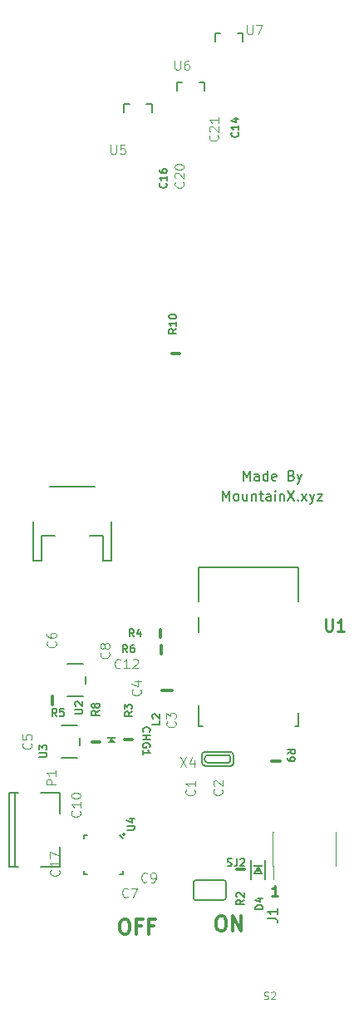
<source format=gbr>
G04 #@! TF.GenerationSoftware,KiCad,Pcbnew,(6.0.0-rc1-dev-1027-g90233e5ec)*
G04 #@! TF.CreationDate,2019-01-09T23:19:54+01:00*
G04 #@! TF.ProjectId,eBoard_remote_control,65426F6172645F72656D6F74655F636F,rev?*
G04 #@! TF.SameCoordinates,Original*
G04 #@! TF.FileFunction,Legend,Top*
G04 #@! TF.FilePolarity,Positive*
%FSLAX46Y46*%
G04 Gerber Fmt 4.6, Leading zero omitted, Abs format (unit mm)*
G04 Created by KiCad (PCBNEW (6.0.0-rc1-dev-1027-g90233e5ec)) date 09.01.2019 23.19.54*
%MOMM*%
%LPD*%
G01*
G04 APERTURE LIST*
%ADD10C,0.250000*%
%ADD11C,0.300000*%
%ADD12C,0.150000*%
%ADD13C,0.120000*%
%ADD14C,0.203200*%
%ADD15C,0.304800*%
%ADD16C,0.100000*%
%ADD17C,0.127000*%
%ADD18C,0.152400*%
%ADD19C,0.077216*%
%ADD20C,0.076000*%
%ADD21C,0.060800*%
%ADD22C,0.146304*%
%ADD23C,0.138988*%
%ADD24C,0.217170*%
G04 APERTURE END LIST*
D10*
X204273114Y-147848580D02*
X203701685Y-147848580D01*
X203987400Y-147848580D02*
X203987400Y-146848580D01*
X203892161Y-146991438D01*
X203796923Y-147086676D01*
X203701685Y-147134295D01*
D11*
X188563428Y-150257771D02*
X188849142Y-150257771D01*
X188992000Y-150329200D01*
X189134857Y-150472057D01*
X189206285Y-150757771D01*
X189206285Y-151257771D01*
X189134857Y-151543485D01*
X188992000Y-151686342D01*
X188849142Y-151757771D01*
X188563428Y-151757771D01*
X188420571Y-151686342D01*
X188277714Y-151543485D01*
X188206285Y-151257771D01*
X188206285Y-150757771D01*
X188277714Y-150472057D01*
X188420571Y-150329200D01*
X188563428Y-150257771D01*
X190349142Y-150972057D02*
X189849142Y-150972057D01*
X189849142Y-151757771D02*
X189849142Y-150257771D01*
X190563428Y-150257771D01*
X191634857Y-150972057D02*
X191134857Y-150972057D01*
X191134857Y-151757771D02*
X191134857Y-150257771D01*
X191849142Y-150257771D01*
X198385228Y-149952971D02*
X198670942Y-149952971D01*
X198813800Y-150024400D01*
X198956657Y-150167257D01*
X199028085Y-150452971D01*
X199028085Y-150952971D01*
X198956657Y-151238685D01*
X198813800Y-151381542D01*
X198670942Y-151452971D01*
X198385228Y-151452971D01*
X198242371Y-151381542D01*
X198099514Y-151238685D01*
X198028085Y-150952971D01*
X198028085Y-150452971D01*
X198099514Y-150167257D01*
X198242371Y-150024400D01*
X198385228Y-149952971D01*
X199670942Y-151452971D02*
X199670942Y-149952971D01*
X200528085Y-151452971D01*
X200528085Y-149952971D01*
D12*
X200779428Y-105608380D02*
X200779428Y-104608380D01*
X201112761Y-105322666D01*
X201446095Y-104608380D01*
X201446095Y-105608380D01*
X202350857Y-105608380D02*
X202350857Y-105084571D01*
X202303238Y-104989333D01*
X202208000Y-104941714D01*
X202017523Y-104941714D01*
X201922285Y-104989333D01*
X202350857Y-105560761D02*
X202255619Y-105608380D01*
X202017523Y-105608380D01*
X201922285Y-105560761D01*
X201874666Y-105465523D01*
X201874666Y-105370285D01*
X201922285Y-105275047D01*
X202017523Y-105227428D01*
X202255619Y-105227428D01*
X202350857Y-105179809D01*
X203255619Y-105608380D02*
X203255619Y-104608380D01*
X203255619Y-105560761D02*
X203160380Y-105608380D01*
X202969904Y-105608380D01*
X202874666Y-105560761D01*
X202827047Y-105513142D01*
X202779428Y-105417904D01*
X202779428Y-105132190D01*
X202827047Y-105036952D01*
X202874666Y-104989333D01*
X202969904Y-104941714D01*
X203160380Y-104941714D01*
X203255619Y-104989333D01*
X204112761Y-105560761D02*
X204017523Y-105608380D01*
X203827047Y-105608380D01*
X203731809Y-105560761D01*
X203684190Y-105465523D01*
X203684190Y-105084571D01*
X203731809Y-104989333D01*
X203827047Y-104941714D01*
X204017523Y-104941714D01*
X204112761Y-104989333D01*
X204160380Y-105084571D01*
X204160380Y-105179809D01*
X203684190Y-105275047D01*
X205684190Y-105084571D02*
X205827047Y-105132190D01*
X205874666Y-105179809D01*
X205922285Y-105275047D01*
X205922285Y-105417904D01*
X205874666Y-105513142D01*
X205827047Y-105560761D01*
X205731809Y-105608380D01*
X205350857Y-105608380D01*
X205350857Y-104608380D01*
X205684190Y-104608380D01*
X205779428Y-104656000D01*
X205827047Y-104703619D01*
X205874666Y-104798857D01*
X205874666Y-104894095D01*
X205827047Y-104989333D01*
X205779428Y-105036952D01*
X205684190Y-105084571D01*
X205350857Y-105084571D01*
X206255619Y-104941714D02*
X206493714Y-105608380D01*
X206731809Y-104941714D02*
X206493714Y-105608380D01*
X206398476Y-105846476D01*
X206350857Y-105894095D01*
X206255619Y-105941714D01*
X198684190Y-107640380D02*
X198684190Y-106640380D01*
X199017523Y-107354666D01*
X199350857Y-106640380D01*
X199350857Y-107640380D01*
X199969904Y-107640380D02*
X199874666Y-107592761D01*
X199827047Y-107545142D01*
X199779428Y-107449904D01*
X199779428Y-107164190D01*
X199827047Y-107068952D01*
X199874666Y-107021333D01*
X199969904Y-106973714D01*
X200112761Y-106973714D01*
X200208000Y-107021333D01*
X200255619Y-107068952D01*
X200303238Y-107164190D01*
X200303238Y-107449904D01*
X200255619Y-107545142D01*
X200208000Y-107592761D01*
X200112761Y-107640380D01*
X199969904Y-107640380D01*
X201160380Y-106973714D02*
X201160380Y-107640380D01*
X200731809Y-106973714D02*
X200731809Y-107497523D01*
X200779428Y-107592761D01*
X200874666Y-107640380D01*
X201017523Y-107640380D01*
X201112761Y-107592761D01*
X201160380Y-107545142D01*
X201636571Y-106973714D02*
X201636571Y-107640380D01*
X201636571Y-107068952D02*
X201684190Y-107021333D01*
X201779428Y-106973714D01*
X201922285Y-106973714D01*
X202017523Y-107021333D01*
X202065142Y-107116571D01*
X202065142Y-107640380D01*
X202398476Y-106973714D02*
X202779428Y-106973714D01*
X202541333Y-106640380D02*
X202541333Y-107497523D01*
X202588952Y-107592761D01*
X202684190Y-107640380D01*
X202779428Y-107640380D01*
X203541333Y-107640380D02*
X203541333Y-107116571D01*
X203493714Y-107021333D01*
X203398476Y-106973714D01*
X203207999Y-106973714D01*
X203112761Y-107021333D01*
X203541333Y-107592761D02*
X203446095Y-107640380D01*
X203207999Y-107640380D01*
X203112761Y-107592761D01*
X203065142Y-107497523D01*
X203065142Y-107402285D01*
X203112761Y-107307047D01*
X203207999Y-107259428D01*
X203446095Y-107259428D01*
X203541333Y-107211809D01*
X204017523Y-107640380D02*
X204017523Y-106973714D01*
X204017523Y-106640380D02*
X203969904Y-106688000D01*
X204017523Y-106735619D01*
X204065142Y-106688000D01*
X204017523Y-106640380D01*
X204017523Y-106735619D01*
X204493714Y-106973714D02*
X204493714Y-107640380D01*
X204493714Y-107068952D02*
X204541333Y-107021333D01*
X204636571Y-106973714D01*
X204779428Y-106973714D01*
X204874666Y-107021333D01*
X204922285Y-107116571D01*
X204922285Y-107640380D01*
X205303238Y-106640380D02*
X205969904Y-107640380D01*
X205969904Y-106640380D02*
X205303238Y-107640380D01*
X206350857Y-107545142D02*
X206398476Y-107592761D01*
X206350857Y-107640380D01*
X206303238Y-107592761D01*
X206350857Y-107545142D01*
X206350857Y-107640380D01*
X206731809Y-107640380D02*
X207255619Y-106973714D01*
X206731809Y-106973714D02*
X207255619Y-107640380D01*
X207541333Y-106973714D02*
X207779428Y-107640380D01*
X208017523Y-106973714D02*
X207779428Y-107640380D01*
X207684190Y-107878476D01*
X207636571Y-107926095D01*
X207541333Y-107973714D01*
X208303238Y-106973714D02*
X208827047Y-106973714D01*
X208303238Y-107640380D01*
X208827047Y-107640380D01*
G04 #@! TO.C,P1*
X177509863Y-144918018D02*
X177509863Y-137418018D01*
X180109863Y-137418018D02*
X182109863Y-137418018D01*
X177509863Y-137418018D02*
X177809863Y-137418018D01*
X176909863Y-137418018D02*
X177509863Y-137418018D01*
X176909863Y-144918018D02*
X176909863Y-137418018D01*
X177509863Y-144918018D02*
X176909863Y-144918018D01*
X177809863Y-144918018D02*
X177509863Y-144918018D01*
X182109863Y-144918018D02*
X180109863Y-144918018D01*
X182109863Y-142868018D02*
X182109863Y-144918018D01*
X182109863Y-137418018D02*
X182109863Y-139468018D01*
D13*
G04 #@! TO.C,J1*
X210154600Y-141343680D02*
X210219600Y-141343680D01*
X210154600Y-144873680D02*
X210219600Y-144873680D01*
X203749600Y-141343680D02*
X203814600Y-141343680D01*
X203749600Y-144873680D02*
X203814600Y-144873680D01*
X203814600Y-146198680D02*
X203814600Y-144873680D01*
X210219600Y-144873680D02*
X210219600Y-141343680D01*
X203749600Y-144873680D02*
X203749600Y-141343680D01*
D14*
G04 #@! TO.C,SJ2*
X198729600Y-148310600D02*
X195935600Y-148310600D01*
X198983600Y-146532600D02*
G75*
G03X198729600Y-146278600I-254000J0D01*
G01*
X195935600Y-146278600D02*
G75*
G03X195681600Y-146532600I0J-254000D01*
G01*
X195935600Y-148310600D02*
G75*
G02X195681600Y-148056600I0J254000D01*
G01*
X198983600Y-148056600D02*
G75*
G02X198729600Y-148310600I-254000J0D01*
G01*
X198983600Y-148056600D02*
X198983600Y-146532600D01*
X195681600Y-148056600D02*
X195681600Y-146532600D01*
X195935600Y-146278600D02*
X198729600Y-146278600D01*
D15*
G04 #@! TO.C,R2*
X200887280Y-145161000D02*
X200087280Y-145161000D01*
D16*
G04 #@! TO.C,D4*
G36*
X202265280Y-145106720D02*
X202465280Y-145406720D01*
X202065280Y-145406720D01*
X202265280Y-145106720D01*
G37*
G36*
X201765280Y-144756720D02*
X201765280Y-144956720D01*
X202765280Y-144956720D01*
X202765280Y-144756720D01*
X201765280Y-144756720D01*
G37*
D14*
X201865280Y-145556720D02*
X202265280Y-144956720D01*
X202665280Y-145556720D02*
X201865280Y-145556720D01*
X202265280Y-144956720D02*
X202665280Y-145556720D01*
X201565280Y-146206720D02*
X201565280Y-144206720D01*
X202965280Y-144206720D02*
X202965280Y-146206720D01*
D17*
G04 #@! TO.C,U1*
X206392263Y-130623756D02*
X206392263Y-129223756D01*
X205992263Y-130623756D02*
X206392263Y-130623756D01*
X196192263Y-130623756D02*
X196192263Y-128523756D01*
X196592263Y-130623756D02*
X196192263Y-130623756D01*
X196192263Y-119523756D02*
X196192263Y-121023756D01*
X206392263Y-114423756D02*
X206392263Y-117923756D01*
X196192263Y-114423756D02*
X206392263Y-114423756D01*
X196192263Y-117923756D02*
X196192263Y-114423756D01*
D14*
G04 #@! TO.C,X2*
X181087200Y-106245400D02*
X185587200Y-106245400D01*
X187337200Y-109745400D02*
X187337200Y-113745400D01*
X187337200Y-113745400D02*
X186487200Y-113745400D01*
X186487200Y-113745400D02*
X186487200Y-111245400D01*
X186487200Y-111245400D02*
X185087200Y-111245400D01*
X181587200Y-111245400D02*
X180187200Y-111245400D01*
X180187200Y-111245400D02*
X180187200Y-113745400D01*
X180187200Y-113745400D02*
X179337200Y-113745400D01*
X179337200Y-113745400D02*
X179337200Y-109745400D01*
D15*
G04 #@! TO.C,R8*
X185350200Y-132217160D02*
X186150200Y-132217160D01*
D17*
G04 #@! TO.C,X4*
X199244536Y-134335475D02*
G75*
G03X199444537Y-134035476I-49899J249933D01*
G01*
X199444537Y-133735476D02*
X199444537Y-134035476D01*
X199444538Y-133735477D02*
G75*
G03X199144537Y-133535476I-250001J-50000D01*
G01*
X197144537Y-133535476D02*
X199144537Y-133535476D01*
X197144538Y-133535477D02*
G75*
G03X196844537Y-133835476I-1J-300000D01*
G01*
X196844537Y-134035476D02*
X196844537Y-133835476D01*
X196844537Y-134035476D02*
G75*
G03X197144537Y-134335476I300100J100D01*
G01*
X199244537Y-134335476D02*
X197144537Y-134335476D01*
X196544537Y-134319276D02*
X196544537Y-133518276D01*
X196544537Y-134319276D02*
G75*
G03X196860737Y-134635476I316200J0D01*
G01*
X199520937Y-134635476D02*
X196860737Y-134635476D01*
X199520937Y-134635476D02*
G75*
G03X199744537Y-134411876I0J223600D01*
G01*
X199744537Y-133518276D02*
X199744537Y-134411876D01*
X199744537Y-133518276D02*
G75*
G03X199461737Y-133235476I-282800J0D01*
G01*
X196827337Y-133235476D02*
X199461737Y-133235476D01*
X196827337Y-133235476D02*
G75*
G03X196544537Y-133518276I0J-282800D01*
G01*
D15*
G04 #@! TO.C,R9*
X203701700Y-134137400D02*
X204501700Y-134137400D01*
D18*
G04 #@! TO.C,U5*
X190881000Y-67284600D02*
X191439800Y-67284600D01*
X191439800Y-67284600D02*
X191439800Y-68097400D01*
X188595000Y-67284600D02*
X189153800Y-67284600D01*
X188595000Y-68097400D02*
X188595000Y-67284600D01*
G04 #@! TO.C,U7*
X200167240Y-60076080D02*
X200726040Y-60076080D01*
X200726040Y-60076080D02*
X200726040Y-60888880D01*
X197881240Y-60076080D02*
X198440040Y-60076080D01*
X197881240Y-60888880D02*
X197881240Y-60076080D01*
G04 #@! TO.C,U6*
X196281040Y-65092760D02*
X196839840Y-65092760D01*
X196839840Y-65092760D02*
X196839840Y-65905560D01*
X193995040Y-65092760D02*
X194553840Y-65092760D01*
X193995040Y-65905560D02*
X193995040Y-65092760D01*
D15*
G04 #@! TO.C,L2*
X193498244Y-126975610D02*
X192482244Y-126975610D01*
D14*
G04 #@! TO.C,U3*
X184067077Y-131779116D02*
X184067077Y-132579116D01*
X183817077Y-133829116D02*
X182217077Y-133829116D01*
X183817077Y-130529116D02*
X182217077Y-130529116D01*
D16*
G04 #@! TO.C,CHG1*
G36*
X187335077Y-131785416D02*
X186954077Y-132293416D01*
X187716077Y-132293416D01*
X187335077Y-131785416D01*
G37*
G36*
X186890577Y-131898916D02*
X187779577Y-131898916D01*
X187779577Y-131708416D01*
X186890577Y-131708416D01*
X186890577Y-131898916D01*
G37*
D15*
G04 #@! TO.C,R3*
X189462277Y-131937816D02*
X188662277Y-131937816D01*
G04 #@! TO.C,R4*
X192304444Y-120784410D02*
X192304444Y-121584410D01*
G04 #@! TO.C,R6*
X192368844Y-123210010D02*
X192368844Y-122410010D01*
D14*
G04 #@! TO.C,U2*
X184706135Y-125489968D02*
X184706135Y-126289968D01*
X184456135Y-127539968D02*
X182856135Y-127539968D01*
X184456135Y-124239968D02*
X182856135Y-124239968D01*
D15*
G04 #@! TO.C,R5*
X181269640Y-128375360D02*
X181269640Y-127575360D01*
D14*
G04 #@! TO.C,U4*
X188713463Y-141579818D02*
G75*
G03X188713463Y-141579818I-127000J0D01*
G01*
X188503663Y-142012618D02*
X188153663Y-141662618D01*
X188503663Y-145662618D02*
X188503663Y-145312618D01*
X188153663Y-145662618D02*
X188503663Y-145662618D01*
X184503663Y-141662618D02*
X184853663Y-141662618D01*
X184503663Y-142012618D02*
X184503663Y-141662618D01*
X184853663Y-145662618D02*
X184503663Y-145662618D01*
X184503663Y-145312618D02*
X184503663Y-145662618D01*
D15*
G04 #@! TO.C,R10*
X193462960Y-92669360D02*
X194262960Y-92669360D01*
G04 #@! TO.C,P1*
D19*
X181665638Y-136575200D02*
X180700438Y-136575200D01*
X180700438Y-136207504D01*
X180746400Y-136115581D01*
X180792361Y-136069619D01*
X180884285Y-136023657D01*
X181022171Y-136023657D01*
X181114095Y-136069619D01*
X181160057Y-136115581D01*
X181206019Y-136207504D01*
X181206019Y-136575200D01*
X181665638Y-135104419D02*
X181665638Y-135655961D01*
X181665638Y-135380190D02*
X180700438Y-135380190D01*
X180838323Y-135472114D01*
X180930247Y-135564038D01*
X180976209Y-135655961D01*
G04 #@! TO.C,C12*
D20*
X188245047Y-124629085D02*
X188199809Y-124674323D01*
X188064095Y-124719561D01*
X187973619Y-124719561D01*
X187837904Y-124674323D01*
X187747428Y-124583847D01*
X187702190Y-124493371D01*
X187656952Y-124312419D01*
X187656952Y-124176704D01*
X187702190Y-123995752D01*
X187747428Y-123905276D01*
X187837904Y-123814800D01*
X187973619Y-123769561D01*
X188064095Y-123769561D01*
X188199809Y-123814800D01*
X188245047Y-123860038D01*
X189149809Y-124719561D02*
X188606952Y-124719561D01*
X188878380Y-124719561D02*
X188878380Y-123769561D01*
X188787904Y-123905276D01*
X188697428Y-123995752D01*
X188606952Y-124040990D01*
X189511714Y-123860038D02*
X189556952Y-123814800D01*
X189647428Y-123769561D01*
X189873619Y-123769561D01*
X189964095Y-123814800D01*
X190009333Y-123860038D01*
X190054571Y-123950514D01*
X190054571Y-124040990D01*
X190009333Y-124176704D01*
X189466476Y-124719561D01*
X190054571Y-124719561D01*
G04 #@! TO.C,C10*
X184081948Y-139227970D02*
X184127186Y-139273208D01*
X184172424Y-139408922D01*
X184172424Y-139499398D01*
X184127186Y-139635113D01*
X184036710Y-139725589D01*
X183946234Y-139770827D01*
X183765282Y-139816065D01*
X183629567Y-139816065D01*
X183448615Y-139770827D01*
X183358139Y-139725589D01*
X183267663Y-139635113D01*
X183222424Y-139499398D01*
X183222424Y-139408922D01*
X183267663Y-139273208D01*
X183312901Y-139227970D01*
X184172424Y-138323208D02*
X184172424Y-138866065D01*
X184172424Y-138594637D02*
X183222424Y-138594637D01*
X183358139Y-138685113D01*
X183448615Y-138775589D01*
X183493853Y-138866065D01*
X183222424Y-137735113D02*
X183222424Y-137644637D01*
X183267663Y-137554160D01*
X183312901Y-137508922D01*
X183403377Y-137463684D01*
X183584329Y-137418446D01*
X183810520Y-137418446D01*
X183991472Y-137463684D01*
X184081948Y-137508922D01*
X184127186Y-137554160D01*
X184172424Y-137644637D01*
X184172424Y-137735113D01*
X184127186Y-137825589D01*
X184081948Y-137870827D01*
X183991472Y-137916065D01*
X183810520Y-137961303D01*
X183584329Y-137961303D01*
X183403377Y-137916065D01*
X183312901Y-137870827D01*
X183267663Y-137825589D01*
X183222424Y-137735113D01*
G04 #@! TO.C,C8*
X187062285Y-123082752D02*
X187107523Y-123127990D01*
X187152761Y-123263704D01*
X187152761Y-123354180D01*
X187107523Y-123489895D01*
X187017047Y-123580371D01*
X186926571Y-123625609D01*
X186745619Y-123670847D01*
X186609904Y-123670847D01*
X186428952Y-123625609D01*
X186338476Y-123580371D01*
X186248000Y-123489895D01*
X186202761Y-123354180D01*
X186202761Y-123263704D01*
X186248000Y-123127990D01*
X186293238Y-123082752D01*
X186609904Y-122539895D02*
X186564666Y-122630371D01*
X186519428Y-122675609D01*
X186428952Y-122720847D01*
X186383714Y-122720847D01*
X186293238Y-122675609D01*
X186248000Y-122630371D01*
X186202761Y-122539895D01*
X186202761Y-122358942D01*
X186248000Y-122268466D01*
X186293238Y-122223228D01*
X186383714Y-122177990D01*
X186428952Y-122177990D01*
X186519428Y-122223228D01*
X186564666Y-122268466D01*
X186609904Y-122358942D01*
X186609904Y-122539895D01*
X186655142Y-122630371D01*
X186700380Y-122675609D01*
X186790857Y-122720847D01*
X186971809Y-122720847D01*
X187062285Y-122675609D01*
X187107523Y-122630371D01*
X187152761Y-122539895D01*
X187152761Y-122358942D01*
X187107523Y-122268466D01*
X187062285Y-122223228D01*
X186971809Y-122177990D01*
X186790857Y-122177990D01*
X186700380Y-122223228D01*
X186655142Y-122268466D01*
X186609904Y-122358942D01*
G04 #@! TO.C,C7*
X189007047Y-147946285D02*
X188961809Y-147991523D01*
X188826095Y-148036761D01*
X188735619Y-148036761D01*
X188599904Y-147991523D01*
X188509428Y-147901047D01*
X188464190Y-147810571D01*
X188418952Y-147629619D01*
X188418952Y-147493904D01*
X188464190Y-147312952D01*
X188509428Y-147222476D01*
X188599904Y-147132000D01*
X188735619Y-147086761D01*
X188826095Y-147086761D01*
X188961809Y-147132000D01*
X189007047Y-147177238D01*
X189323714Y-147086761D02*
X189957047Y-147086761D01*
X189549904Y-148036761D01*
G04 #@! TO.C,C6*
X181601285Y-121990552D02*
X181646523Y-122035790D01*
X181691761Y-122171504D01*
X181691761Y-122261980D01*
X181646523Y-122397695D01*
X181556047Y-122488171D01*
X181465571Y-122533409D01*
X181284619Y-122578647D01*
X181148904Y-122578647D01*
X180967952Y-122533409D01*
X180877476Y-122488171D01*
X180787000Y-122397695D01*
X180741761Y-122261980D01*
X180741761Y-122171504D01*
X180787000Y-122035790D01*
X180832238Y-121990552D01*
X180741761Y-121176266D02*
X180741761Y-121357219D01*
X180787000Y-121447695D01*
X180832238Y-121492933D01*
X180967952Y-121583409D01*
X181148904Y-121628647D01*
X181510809Y-121628647D01*
X181601285Y-121583409D01*
X181646523Y-121538171D01*
X181691761Y-121447695D01*
X181691761Y-121266742D01*
X181646523Y-121176266D01*
X181601285Y-121131028D01*
X181510809Y-121085790D01*
X181284619Y-121085790D01*
X181194142Y-121131028D01*
X181148904Y-121176266D01*
X181103666Y-121266742D01*
X181103666Y-121447695D01*
X181148904Y-121538171D01*
X181194142Y-121583409D01*
X181284619Y-121628647D01*
G04 #@! TO.C,C5*
X179117165Y-132349432D02*
X179162403Y-132394670D01*
X179207641Y-132530384D01*
X179207641Y-132620860D01*
X179162403Y-132756575D01*
X179071927Y-132847051D01*
X178981451Y-132892289D01*
X178800499Y-132937527D01*
X178664784Y-132937527D01*
X178483832Y-132892289D01*
X178393356Y-132847051D01*
X178302880Y-132756575D01*
X178257641Y-132620860D01*
X178257641Y-132530384D01*
X178302880Y-132394670D01*
X178348118Y-132349432D01*
X178257641Y-131489908D02*
X178257641Y-131942289D01*
X178710022Y-131987527D01*
X178664784Y-131942289D01*
X178619546Y-131851813D01*
X178619546Y-131625622D01*
X178664784Y-131535146D01*
X178710022Y-131489908D01*
X178800499Y-131444670D01*
X179026689Y-131444670D01*
X179117165Y-131489908D01*
X179162403Y-131535146D01*
X179207641Y-131625622D01*
X179207641Y-131851813D01*
X179162403Y-131942289D01*
X179117165Y-131987527D01*
G04 #@! TO.C,C4*
X190262685Y-126867352D02*
X190307923Y-126912590D01*
X190353161Y-127048304D01*
X190353161Y-127138780D01*
X190307923Y-127274495D01*
X190217447Y-127364971D01*
X190126971Y-127410209D01*
X189946019Y-127455447D01*
X189810304Y-127455447D01*
X189629352Y-127410209D01*
X189538876Y-127364971D01*
X189448400Y-127274495D01*
X189403161Y-127138780D01*
X189403161Y-127048304D01*
X189448400Y-126912590D01*
X189493638Y-126867352D01*
X189719828Y-126053066D02*
X190353161Y-126053066D01*
X189357923Y-126279257D02*
X190036495Y-126505447D01*
X190036495Y-125917352D01*
G04 #@! TO.C,C3*
X193793285Y-130143952D02*
X193838523Y-130189190D01*
X193883761Y-130324904D01*
X193883761Y-130415380D01*
X193838523Y-130551095D01*
X193748047Y-130641571D01*
X193657571Y-130686809D01*
X193476619Y-130732047D01*
X193340904Y-130732047D01*
X193159952Y-130686809D01*
X193069476Y-130641571D01*
X192979000Y-130551095D01*
X192933761Y-130415380D01*
X192933761Y-130324904D01*
X192979000Y-130189190D01*
X193024238Y-130143952D01*
X192933761Y-129827285D02*
X192933761Y-129239190D01*
X193295666Y-129555857D01*
X193295666Y-129420142D01*
X193340904Y-129329666D01*
X193386142Y-129284428D01*
X193476619Y-129239190D01*
X193702809Y-129239190D01*
X193793285Y-129284428D01*
X193838523Y-129329666D01*
X193883761Y-129420142D01*
X193883761Y-129691571D01*
X193838523Y-129782047D01*
X193793285Y-129827285D01*
G04 #@! TO.C,C2*
X198568485Y-137027352D02*
X198613723Y-137072590D01*
X198658961Y-137208304D01*
X198658961Y-137298780D01*
X198613723Y-137434495D01*
X198523247Y-137524971D01*
X198432771Y-137570209D01*
X198251819Y-137615447D01*
X198116104Y-137615447D01*
X197935152Y-137570209D01*
X197844676Y-137524971D01*
X197754200Y-137434495D01*
X197708961Y-137298780D01*
X197708961Y-137208304D01*
X197754200Y-137072590D01*
X197799438Y-137027352D01*
X197799438Y-136665447D02*
X197754200Y-136620209D01*
X197708961Y-136529733D01*
X197708961Y-136303542D01*
X197754200Y-136213066D01*
X197799438Y-136167828D01*
X197889914Y-136122590D01*
X197980390Y-136122590D01*
X198116104Y-136167828D01*
X198658961Y-136710685D01*
X198658961Y-136122590D01*
G04 #@! TO.C,C1*
X195749085Y-137078152D02*
X195794323Y-137123390D01*
X195839561Y-137259104D01*
X195839561Y-137349580D01*
X195794323Y-137485295D01*
X195703847Y-137575771D01*
X195613371Y-137621009D01*
X195432419Y-137666247D01*
X195296704Y-137666247D01*
X195115752Y-137621009D01*
X195025276Y-137575771D01*
X194934800Y-137485295D01*
X194889561Y-137349580D01*
X194889561Y-137259104D01*
X194934800Y-137123390D01*
X194980038Y-137078152D01*
X195839561Y-136173390D02*
X195839561Y-136716247D01*
X195839561Y-136444819D02*
X194889561Y-136444819D01*
X195025276Y-136535295D01*
X195115752Y-136625771D01*
X195160990Y-136716247D01*
G04 #@! TO.C,S2*
D21*
X202876281Y-158372819D02*
X202984853Y-158409009D01*
X203165805Y-158409009D01*
X203238186Y-158372819D01*
X203274377Y-158336628D01*
X203310567Y-158264247D01*
X203310567Y-158191866D01*
X203274377Y-158119485D01*
X203238186Y-158083295D01*
X203165805Y-158047104D01*
X203021043Y-158010914D01*
X202948662Y-157974723D01*
X202912472Y-157938533D01*
X202876281Y-157866152D01*
X202876281Y-157793771D01*
X202912472Y-157721390D01*
X202948662Y-157685200D01*
X203021043Y-157649009D01*
X203201996Y-157649009D01*
X203310567Y-157685200D01*
X203600091Y-157721390D02*
X203636281Y-157685200D01*
X203708662Y-157649009D01*
X203889615Y-157649009D01*
X203961996Y-157685200D01*
X203998186Y-157721390D01*
X204034377Y-157793771D01*
X204034377Y-157866152D01*
X203998186Y-157974723D01*
X203563900Y-158409009D01*
X204034377Y-158409009D01*
G04 #@! TO.C,J1*
D12*
X203261980Y-150193333D02*
X203976266Y-150193333D01*
X204119123Y-150240952D01*
X204214361Y-150336190D01*
X204261980Y-150479047D01*
X204261980Y-150574285D01*
X204261980Y-149193333D02*
X204261980Y-149764761D01*
X204261980Y-149479047D02*
X203261980Y-149479047D01*
X203404838Y-149574285D01*
X203500076Y-149669523D01*
X203547695Y-149764761D01*
G04 #@! TO.C,SJ2*
D22*
X199134335Y-144802980D02*
X199244644Y-144839750D01*
X199428491Y-144839750D01*
X199502030Y-144802980D01*
X199538800Y-144766211D01*
X199575569Y-144692672D01*
X199575569Y-144619133D01*
X199538800Y-144545594D01*
X199502030Y-144508824D01*
X199428491Y-144472055D01*
X199281413Y-144435285D01*
X199207874Y-144398516D01*
X199171105Y-144361746D01*
X199134335Y-144288207D01*
X199134335Y-144214668D01*
X199171105Y-144141129D01*
X199207874Y-144104360D01*
X199281413Y-144067590D01*
X199465261Y-144067590D01*
X199575569Y-144104360D01*
X200127112Y-144067590D02*
X200127112Y-144619133D01*
X200090343Y-144729441D01*
X200016804Y-144802980D01*
X199906495Y-144839750D01*
X199832956Y-144839750D01*
X200458038Y-144141129D02*
X200494808Y-144104360D01*
X200568347Y-144067590D01*
X200752194Y-144067590D01*
X200825733Y-144104360D01*
X200862503Y-144141129D01*
X200899272Y-144214668D01*
X200899272Y-144288207D01*
X200862503Y-144398516D01*
X200421269Y-144839750D01*
X200899272Y-144839750D01*
G04 #@! TO.C,R2*
D23*
X200826430Y-148280975D02*
X200458735Y-148538362D01*
X200826430Y-148722210D02*
X200054270Y-148722210D01*
X200054270Y-148428053D01*
X200091040Y-148354514D01*
X200127809Y-148317745D01*
X200201348Y-148280975D01*
X200311657Y-148280975D01*
X200385196Y-148317745D01*
X200421965Y-148354514D01*
X200458735Y-148428053D01*
X200458735Y-148722210D01*
X200127809Y-147986819D02*
X200091040Y-147950050D01*
X200054270Y-147876511D01*
X200054270Y-147692663D01*
X200091040Y-147619124D01*
X200127809Y-147582354D01*
X200201348Y-147545585D01*
X200274887Y-147545585D01*
X200385196Y-147582354D01*
X200826430Y-148023589D01*
X200826430Y-147545585D01*
G04 #@! TO.C,D4*
X202766990Y-149242045D02*
X201994830Y-149242045D01*
X201994830Y-149058197D01*
X202031600Y-148947888D01*
X202105139Y-148874349D01*
X202178678Y-148837580D01*
X202325756Y-148800810D01*
X202436064Y-148800810D01*
X202583142Y-148837580D01*
X202656681Y-148874349D01*
X202730220Y-148947888D01*
X202766990Y-149058197D01*
X202766990Y-149242045D01*
X202252217Y-148138959D02*
X202766990Y-148138959D01*
X201958060Y-148322806D02*
X202509603Y-148506654D01*
X202509603Y-148028650D01*
G04 #@! TO.C,C9*
D20*
X190957767Y-146396885D02*
X190912529Y-146442123D01*
X190776815Y-146487361D01*
X190686339Y-146487361D01*
X190550624Y-146442123D01*
X190460148Y-146351647D01*
X190414910Y-146261171D01*
X190369672Y-146080219D01*
X190369672Y-145944504D01*
X190414910Y-145763552D01*
X190460148Y-145673076D01*
X190550624Y-145582600D01*
X190686339Y-145537361D01*
X190776815Y-145537361D01*
X190912529Y-145582600D01*
X190957767Y-145627838D01*
X191410148Y-146487361D02*
X191591100Y-146487361D01*
X191681577Y-146442123D01*
X191726815Y-146396885D01*
X191817291Y-146261171D01*
X191862529Y-146080219D01*
X191862529Y-145718314D01*
X191817291Y-145627838D01*
X191772053Y-145582600D01*
X191681577Y-145537361D01*
X191500624Y-145537361D01*
X191410148Y-145582600D01*
X191364910Y-145627838D01*
X191319672Y-145718314D01*
X191319672Y-145944504D01*
X191364910Y-146034980D01*
X191410148Y-146080219D01*
X191500624Y-146125457D01*
X191681577Y-146125457D01*
X191772053Y-146080219D01*
X191817291Y-146034980D01*
X191862529Y-145944504D01*
G04 #@! TO.C,U1*
D24*
X209165622Y-119716247D02*
X209165622Y-120692938D01*
X209223074Y-120807842D01*
X209280527Y-120865295D01*
X209395431Y-120922747D01*
X209625241Y-120922747D01*
X209740146Y-120865295D01*
X209797598Y-120807842D01*
X209855050Y-120692938D01*
X209855050Y-119716247D01*
X211061550Y-120922747D02*
X210372122Y-120922747D01*
X210716836Y-120922747D02*
X210716836Y-119716247D01*
X210601931Y-119888604D01*
X210487027Y-120003509D01*
X210372122Y-120060961D01*
G04 #@! TO.C,R8*
D23*
X186094430Y-129027775D02*
X185726735Y-129285162D01*
X186094430Y-129469010D02*
X185322270Y-129469010D01*
X185322270Y-129174853D01*
X185359040Y-129101314D01*
X185395809Y-129064545D01*
X185469348Y-129027775D01*
X185579657Y-129027775D01*
X185653196Y-129064545D01*
X185689965Y-129101314D01*
X185726735Y-129174853D01*
X185726735Y-129469010D01*
X185653196Y-128586541D02*
X185616426Y-128660080D01*
X185579657Y-128696850D01*
X185506118Y-128733619D01*
X185469348Y-128733619D01*
X185395809Y-128696850D01*
X185359040Y-128660080D01*
X185322270Y-128586541D01*
X185322270Y-128439463D01*
X185359040Y-128365924D01*
X185395809Y-128329154D01*
X185469348Y-128292385D01*
X185506118Y-128292385D01*
X185579657Y-128329154D01*
X185616426Y-128365924D01*
X185653196Y-128439463D01*
X185653196Y-128586541D01*
X185689965Y-128660080D01*
X185726735Y-128696850D01*
X185800274Y-128733619D01*
X185947352Y-128733619D01*
X186020891Y-128696850D01*
X186057660Y-128660080D01*
X186094430Y-128586541D01*
X186094430Y-128439463D01*
X186057660Y-128365924D01*
X186020891Y-128329154D01*
X185947352Y-128292385D01*
X185800274Y-128292385D01*
X185726735Y-128329154D01*
X185689965Y-128365924D01*
X185653196Y-128439463D01*
G04 #@! TO.C,X4*
D19*
X194324519Y-133761238D02*
X194967985Y-134726438D01*
X194967985Y-133761238D02*
X194324519Y-134726438D01*
X195749338Y-134082971D02*
X195749338Y-134726438D01*
X195519528Y-133715276D02*
X195289719Y-134404704D01*
X195887223Y-134404704D01*
G04 #@! TO.C,R9*
D23*
X205245909Y-133431289D02*
X205613604Y-133173902D01*
X205245909Y-132990054D02*
X206018069Y-132990054D01*
X206018069Y-133284211D01*
X205981300Y-133357750D01*
X205944530Y-133394519D01*
X205870991Y-133431289D01*
X205760682Y-133431289D01*
X205687143Y-133394519D01*
X205650374Y-133357750D01*
X205613604Y-133284211D01*
X205613604Y-132990054D01*
X205245909Y-133798984D02*
X205245909Y-133946062D01*
X205282679Y-134019601D01*
X205319448Y-134056371D01*
X205429757Y-134129910D01*
X205576835Y-134166679D01*
X205870991Y-134166679D01*
X205944530Y-134129910D01*
X205981300Y-134093140D01*
X206018069Y-134019601D01*
X206018069Y-133872523D01*
X205981300Y-133798984D01*
X205944530Y-133762214D01*
X205870991Y-133725445D01*
X205687143Y-133725445D01*
X205613604Y-133762214D01*
X205576835Y-133798984D01*
X205540065Y-133872523D01*
X205540065Y-134019601D01*
X205576835Y-134093140D01*
X205613604Y-134129910D01*
X205687143Y-134166679D01*
G04 #@! TO.C,U5*
D20*
X187270390Y-71445561D02*
X187270390Y-72214609D01*
X187315628Y-72305085D01*
X187360866Y-72350323D01*
X187451342Y-72395561D01*
X187632295Y-72395561D01*
X187722771Y-72350323D01*
X187768009Y-72305085D01*
X187813247Y-72214609D01*
X187813247Y-71445561D01*
X188718009Y-71445561D02*
X188265628Y-71445561D01*
X188220390Y-71897942D01*
X188265628Y-71852704D01*
X188356104Y-71807466D01*
X188582295Y-71807466D01*
X188672771Y-71852704D01*
X188718009Y-71897942D01*
X188763247Y-71988419D01*
X188763247Y-72214609D01*
X188718009Y-72305085D01*
X188672771Y-72350323D01*
X188582295Y-72395561D01*
X188356104Y-72395561D01*
X188265628Y-72350323D01*
X188220390Y-72305085D01*
G04 #@! TO.C,U7*
X201143870Y-59228161D02*
X201143870Y-59997209D01*
X201189108Y-60087685D01*
X201234346Y-60132923D01*
X201324822Y-60178161D01*
X201505775Y-60178161D01*
X201596251Y-60132923D01*
X201641489Y-60087685D01*
X201686727Y-59997209D01*
X201686727Y-59228161D01*
X202048632Y-59228161D02*
X202681965Y-59228161D01*
X202274822Y-60178161D01*
G04 #@! TO.C,U6*
X193788030Y-62852921D02*
X193788030Y-63621969D01*
X193833268Y-63712445D01*
X193878506Y-63757683D01*
X193968982Y-63802921D01*
X194149935Y-63802921D01*
X194240411Y-63757683D01*
X194285649Y-63712445D01*
X194330887Y-63621969D01*
X194330887Y-62852921D01*
X195190411Y-62852921D02*
X195009459Y-62852921D01*
X194918982Y-62898160D01*
X194873744Y-62943398D01*
X194783268Y-63079112D01*
X194738030Y-63260064D01*
X194738030Y-63621969D01*
X194783268Y-63712445D01*
X194828506Y-63757683D01*
X194918982Y-63802921D01*
X195099935Y-63802921D01*
X195190411Y-63757683D01*
X195235649Y-63712445D01*
X195280887Y-63621969D01*
X195280887Y-63395779D01*
X195235649Y-63305302D01*
X195190411Y-63260064D01*
X195099935Y-63214826D01*
X194918982Y-63214826D01*
X194828506Y-63260064D01*
X194783268Y-63305302D01*
X194738030Y-63395779D01*
G04 #@! TO.C,C21*
X198136685Y-70453952D02*
X198181923Y-70499190D01*
X198227161Y-70634904D01*
X198227161Y-70725380D01*
X198181923Y-70861095D01*
X198091447Y-70951571D01*
X198000971Y-70996809D01*
X197820019Y-71042047D01*
X197684304Y-71042047D01*
X197503352Y-70996809D01*
X197412876Y-70951571D01*
X197322400Y-70861095D01*
X197277161Y-70725380D01*
X197277161Y-70634904D01*
X197322400Y-70499190D01*
X197367638Y-70453952D01*
X197367638Y-70092047D02*
X197322400Y-70046809D01*
X197277161Y-69956333D01*
X197277161Y-69730142D01*
X197322400Y-69639666D01*
X197367638Y-69594428D01*
X197458114Y-69549190D01*
X197548590Y-69549190D01*
X197684304Y-69594428D01*
X198227161Y-70137285D01*
X198227161Y-69549190D01*
X198227161Y-68644428D02*
X198227161Y-69187285D01*
X198227161Y-68915857D02*
X197277161Y-68915857D01*
X197412876Y-69006333D01*
X197503352Y-69096809D01*
X197548590Y-69187285D01*
G04 #@! TO.C,C20*
X194631485Y-75203752D02*
X194676723Y-75248990D01*
X194721961Y-75384704D01*
X194721961Y-75475180D01*
X194676723Y-75610895D01*
X194586247Y-75701371D01*
X194495771Y-75746609D01*
X194314819Y-75791847D01*
X194179104Y-75791847D01*
X193998152Y-75746609D01*
X193907676Y-75701371D01*
X193817200Y-75610895D01*
X193771961Y-75475180D01*
X193771961Y-75384704D01*
X193817200Y-75248990D01*
X193862438Y-75203752D01*
X193862438Y-74841847D02*
X193817200Y-74796609D01*
X193771961Y-74706133D01*
X193771961Y-74479942D01*
X193817200Y-74389466D01*
X193862438Y-74344228D01*
X193952914Y-74298990D01*
X194043390Y-74298990D01*
X194179104Y-74344228D01*
X194721961Y-74887085D01*
X194721961Y-74298990D01*
X193771961Y-73710895D02*
X193771961Y-73620419D01*
X193817200Y-73529942D01*
X193862438Y-73484704D01*
X193952914Y-73439466D01*
X194133866Y-73394228D01*
X194360057Y-73394228D01*
X194541009Y-73439466D01*
X194631485Y-73484704D01*
X194676723Y-73529942D01*
X194721961Y-73620419D01*
X194721961Y-73710895D01*
X194676723Y-73801371D01*
X194631485Y-73846609D01*
X194541009Y-73891847D01*
X194360057Y-73937085D01*
X194133866Y-73937085D01*
X193952914Y-73891847D01*
X193862438Y-73846609D01*
X193817200Y-73801371D01*
X193771961Y-73710895D01*
G04 #@! TO.C,L2*
D23*
X192251390Y-130032871D02*
X192251390Y-130400566D01*
X191479230Y-130400566D01*
X191552769Y-129812254D02*
X191516000Y-129775485D01*
X191479230Y-129701946D01*
X191479230Y-129518098D01*
X191516000Y-129444559D01*
X191552769Y-129407789D01*
X191626308Y-129371020D01*
X191699847Y-129371020D01*
X191810156Y-129407789D01*
X192251390Y-129849024D01*
X192251390Y-129371020D01*
G04 #@! TO.C,U3*
X179975431Y-133743803D02*
X180600513Y-133743803D01*
X180674052Y-133707033D01*
X180710821Y-133670264D01*
X180747591Y-133596725D01*
X180747591Y-133449646D01*
X180710821Y-133376107D01*
X180674052Y-133339338D01*
X180600513Y-133302568D01*
X179975431Y-133302568D01*
X179975431Y-133008412D02*
X179975431Y-132530408D01*
X180269587Y-132787795D01*
X180269587Y-132677486D01*
X180306357Y-132603947D01*
X180343126Y-132567178D01*
X180416665Y-132530408D01*
X180600513Y-132530408D01*
X180674052Y-132567178D01*
X180710821Y-132603947D01*
X180747591Y-132677486D01*
X180747591Y-132898104D01*
X180710821Y-132971643D01*
X180674052Y-133008412D01*
G04 #@! TO.C,CHG1*
X190584908Y-131195224D02*
X190548139Y-131158454D01*
X190511369Y-131048146D01*
X190511369Y-130974606D01*
X190548139Y-130864298D01*
X190621678Y-130790759D01*
X190695217Y-130753989D01*
X190842295Y-130717220D01*
X190952603Y-130717220D01*
X191099681Y-130753989D01*
X191173220Y-130790759D01*
X191246760Y-130864298D01*
X191283529Y-130974606D01*
X191283529Y-131048146D01*
X191246760Y-131158454D01*
X191209990Y-131195224D01*
X190511369Y-131526149D02*
X191283529Y-131526149D01*
X190915834Y-131526149D02*
X190915834Y-131967384D01*
X190511369Y-131967384D02*
X191283529Y-131967384D01*
X191246760Y-132739544D02*
X191283529Y-132666005D01*
X191283529Y-132555696D01*
X191246760Y-132445387D01*
X191173220Y-132371848D01*
X191099681Y-132335079D01*
X190952603Y-132298309D01*
X190842295Y-132298309D01*
X190695217Y-132335079D01*
X190621678Y-132371848D01*
X190548139Y-132445387D01*
X190511369Y-132555696D01*
X190511369Y-132629235D01*
X190548139Y-132739544D01*
X190584908Y-132776313D01*
X190842295Y-132776313D01*
X190842295Y-132629235D01*
X190511369Y-133511704D02*
X190511369Y-133070469D01*
X190511369Y-133291086D02*
X191283529Y-133291086D01*
X191173220Y-133217547D01*
X191099681Y-133144008D01*
X191062912Y-133070469D01*
G04 #@! TO.C,R3*
X189431990Y-129115810D02*
X189064295Y-129373197D01*
X189431990Y-129557045D02*
X188659830Y-129557045D01*
X188659830Y-129262888D01*
X188696600Y-129189349D01*
X188733369Y-129152580D01*
X188806908Y-129115810D01*
X188917217Y-129115810D01*
X188990756Y-129152580D01*
X189027525Y-129189349D01*
X189064295Y-129262888D01*
X189064295Y-129557045D01*
X188659830Y-128858424D02*
X188659830Y-128380420D01*
X188953986Y-128637806D01*
X188953986Y-128527498D01*
X188990756Y-128453959D01*
X189027525Y-128417189D01*
X189101064Y-128380420D01*
X189284912Y-128380420D01*
X189358451Y-128417189D01*
X189395220Y-128453959D01*
X189431990Y-128527498D01*
X189431990Y-128748115D01*
X189395220Y-128821654D01*
X189358451Y-128858424D01*
G04 #@! TO.C,R4*
X189615224Y-121502230D02*
X189357837Y-121134535D01*
X189173989Y-121502230D02*
X189173989Y-120730070D01*
X189468146Y-120730070D01*
X189541685Y-120766840D01*
X189578454Y-120803609D01*
X189615224Y-120877148D01*
X189615224Y-120987457D01*
X189578454Y-121060996D01*
X189541685Y-121097765D01*
X189468146Y-121134535D01*
X189173989Y-121134535D01*
X190277075Y-120987457D02*
X190277075Y-121502230D01*
X190093227Y-120693300D02*
X189909380Y-121244843D01*
X190387384Y-121244843D01*
G04 #@! TO.C,R6*
X188954824Y-123102430D02*
X188697437Y-122734735D01*
X188513589Y-123102430D02*
X188513589Y-122330270D01*
X188807746Y-122330270D01*
X188881285Y-122367040D01*
X188918054Y-122403809D01*
X188954824Y-122477348D01*
X188954824Y-122587657D01*
X188918054Y-122661196D01*
X188881285Y-122697965D01*
X188807746Y-122734735D01*
X188513589Y-122734735D01*
X189616675Y-122330270D02*
X189469597Y-122330270D01*
X189396058Y-122367040D01*
X189359288Y-122403809D01*
X189285749Y-122514118D01*
X189248980Y-122661196D01*
X189248980Y-122955352D01*
X189285749Y-123028891D01*
X189322519Y-123065660D01*
X189396058Y-123102430D01*
X189543136Y-123102430D01*
X189616675Y-123065660D01*
X189653445Y-123028891D01*
X189690214Y-122955352D01*
X189690214Y-122771504D01*
X189653445Y-122697965D01*
X189616675Y-122661196D01*
X189543136Y-122624426D01*
X189396058Y-122624426D01*
X189322519Y-122661196D01*
X189285749Y-122697965D01*
X189248980Y-122771504D01*
G04 #@! TO.C,U2*
X183619365Y-129318782D02*
X184244447Y-129318782D01*
X184317986Y-129282013D01*
X184354755Y-129245243D01*
X184391525Y-129171704D01*
X184391525Y-129024626D01*
X184354755Y-128951087D01*
X184317986Y-128914317D01*
X184244447Y-128877548D01*
X183619365Y-128877548D01*
X183692904Y-128546622D02*
X183656135Y-128509853D01*
X183619365Y-128436314D01*
X183619365Y-128252466D01*
X183656135Y-128178927D01*
X183692904Y-128142157D01*
X183766443Y-128105388D01*
X183839982Y-128105388D01*
X183950291Y-128142157D01*
X184391525Y-128583392D01*
X184391525Y-128105388D01*
G04 #@! TO.C,R5*
X181766624Y-129604830D02*
X181509237Y-129237135D01*
X181325389Y-129604830D02*
X181325389Y-128832670D01*
X181619546Y-128832670D01*
X181693085Y-128869440D01*
X181729854Y-128906209D01*
X181766624Y-128979748D01*
X181766624Y-129090057D01*
X181729854Y-129163596D01*
X181693085Y-129200365D01*
X181619546Y-129237135D01*
X181325389Y-129237135D01*
X182465245Y-128832670D02*
X182097549Y-128832670D01*
X182060780Y-129200365D01*
X182097549Y-129163596D01*
X182171088Y-129126826D01*
X182354936Y-129126826D01*
X182428475Y-129163596D01*
X182465245Y-129200365D01*
X182502014Y-129273904D01*
X182502014Y-129457752D01*
X182465245Y-129531291D01*
X182428475Y-129568060D01*
X182354936Y-129604830D01*
X182171088Y-129604830D01*
X182097549Y-129568060D01*
X182060780Y-129531291D01*
G04 #@! TO.C,U4*
X188913830Y-141176214D02*
X189538912Y-141176214D01*
X189612451Y-141139445D01*
X189649220Y-141102675D01*
X189685990Y-141029136D01*
X189685990Y-140882058D01*
X189649220Y-140808519D01*
X189612451Y-140771749D01*
X189538912Y-140734980D01*
X188913830Y-140734980D01*
X189171217Y-140036359D02*
X189685990Y-140036359D01*
X188877060Y-140220206D02*
X189428603Y-140404054D01*
X189428603Y-139926050D01*
G04 #@! TO.C,C14*
X200219491Y-70175975D02*
X200256260Y-70212745D01*
X200293030Y-70323053D01*
X200293030Y-70396593D01*
X200256260Y-70506901D01*
X200182721Y-70580440D01*
X200109182Y-70617210D01*
X199962104Y-70653979D01*
X199851796Y-70653979D01*
X199704718Y-70617210D01*
X199631179Y-70580440D01*
X199557640Y-70506901D01*
X199520870Y-70396593D01*
X199520870Y-70323053D01*
X199557640Y-70212745D01*
X199594409Y-70175975D01*
X200293030Y-69440585D02*
X200293030Y-69881819D01*
X200293030Y-69661202D02*
X199520870Y-69661202D01*
X199631179Y-69734741D01*
X199704718Y-69808280D01*
X199741487Y-69881819D01*
X199778257Y-68778733D02*
X200293030Y-68778733D01*
X199484100Y-68962581D02*
X200035643Y-69146429D01*
X200035643Y-68668425D01*
G04 #@! TO.C,R10*
X193953190Y-90175935D02*
X193585495Y-90433322D01*
X193953190Y-90617170D02*
X193181030Y-90617170D01*
X193181030Y-90323013D01*
X193217800Y-90249474D01*
X193254569Y-90212705D01*
X193328108Y-90175935D01*
X193438417Y-90175935D01*
X193511956Y-90212705D01*
X193548725Y-90249474D01*
X193585495Y-90323013D01*
X193585495Y-90617170D01*
X193953190Y-89440545D02*
X193953190Y-89881779D01*
X193953190Y-89661162D02*
X193181030Y-89661162D01*
X193291339Y-89734701D01*
X193364878Y-89808240D01*
X193401647Y-89881779D01*
X193181030Y-88962541D02*
X193181030Y-88889002D01*
X193217800Y-88815463D01*
X193254569Y-88778693D01*
X193328108Y-88741924D01*
X193475186Y-88705154D01*
X193659034Y-88705154D01*
X193806112Y-88741924D01*
X193879651Y-88778693D01*
X193916420Y-88815463D01*
X193953190Y-88889002D01*
X193953190Y-88962541D01*
X193916420Y-89036080D01*
X193879651Y-89072850D01*
X193806112Y-89109619D01*
X193659034Y-89146389D01*
X193475186Y-89146389D01*
X193328108Y-89109619D01*
X193254569Y-89072850D01*
X193217800Y-89036080D01*
X193181030Y-88962541D01*
G04 #@! TO.C,C16*
X192904291Y-75344875D02*
X192941060Y-75381645D01*
X192977830Y-75491953D01*
X192977830Y-75565493D01*
X192941060Y-75675801D01*
X192867521Y-75749340D01*
X192793982Y-75786110D01*
X192646904Y-75822879D01*
X192536596Y-75822879D01*
X192389518Y-75786110D01*
X192315979Y-75749340D01*
X192242440Y-75675801D01*
X192205670Y-75565493D01*
X192205670Y-75491953D01*
X192242440Y-75381645D01*
X192279209Y-75344875D01*
X192977830Y-74609485D02*
X192977830Y-75050719D01*
X192977830Y-74830102D02*
X192205670Y-74830102D01*
X192315979Y-74903641D01*
X192389518Y-74977180D01*
X192426287Y-75050719D01*
X192205670Y-73947633D02*
X192205670Y-74094712D01*
X192242440Y-74168251D01*
X192279209Y-74205020D01*
X192389518Y-74278559D01*
X192536596Y-74315329D01*
X192830752Y-74315329D01*
X192904291Y-74278559D01*
X192941060Y-74241790D01*
X192977830Y-74168251D01*
X192977830Y-74021173D01*
X192941060Y-73947633D01*
X192904291Y-73910864D01*
X192830752Y-73874094D01*
X192646904Y-73874094D01*
X192573365Y-73910864D01*
X192536596Y-73947633D01*
X192499826Y-74021173D01*
X192499826Y-74168251D01*
X192536596Y-74241790D01*
X192573365Y-74278559D01*
X192646904Y-74315329D01*
G04 #@! TO.C,C17*
D20*
X181952722Y-145254194D02*
X181997960Y-145299432D01*
X182043198Y-145435146D01*
X182043198Y-145525622D01*
X181997960Y-145661337D01*
X181907484Y-145751813D01*
X181817008Y-145797051D01*
X181636056Y-145842289D01*
X181500341Y-145842289D01*
X181319389Y-145797051D01*
X181228913Y-145751813D01*
X181138437Y-145661337D01*
X181093198Y-145525622D01*
X181093198Y-145435146D01*
X181138437Y-145299432D01*
X181183675Y-145254194D01*
X182043198Y-144349432D02*
X182043198Y-144892289D01*
X182043198Y-144620861D02*
X181093198Y-144620861D01*
X181228913Y-144711337D01*
X181319389Y-144801813D01*
X181364627Y-144892289D01*
X181093198Y-144032765D02*
X181093198Y-143399432D01*
X182043198Y-143806575D01*
G04 #@! TD*
M02*

</source>
